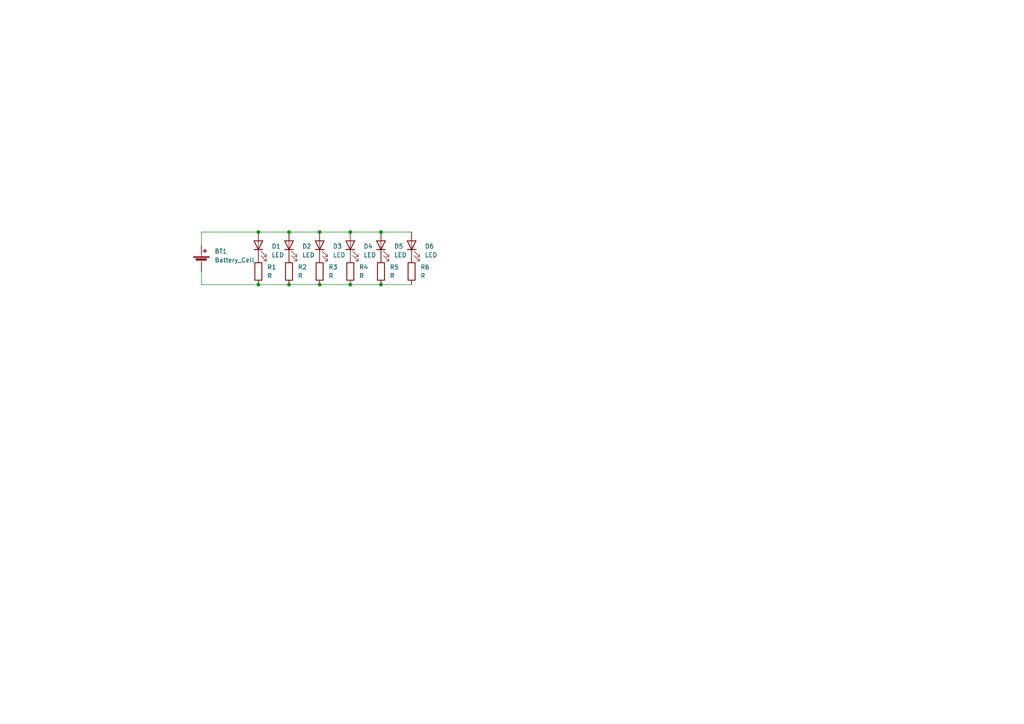
<source format=kicad_sch>
(kicad_sch (version 20211123) (generator eeschema)
  (paper "A4")
  (lib_symbols
    (symbol "Device:Battery_Cell" (pin_numbers hide) (pin_names (offset 0) hide)
      (property "Reference" "BT" (at 2.54 2.54 0))
      (property "Value" "Battery_Cell" (at 2.54 0 0))
      (symbol "Battery_Cell_0_1"
        (rectangle (start -2.286 1.778) (end 2.286 1.524) (fill (type outline)))
        (rectangle (start -1.5748 1.1938) (end 1.4732 0.6858) (fill (type outline)))
        (polyline (pts (xy 0 0.762) (xy 0 0)))
        (polyline (pts (xy 0 1.778) (xy 0 2.54)))
        (polyline (pts (xy 0.508 3.429) (xy 1.524 3.429)) (stroke (width 0.254)))
        (polyline (pts (xy 1.016 3.937) (xy 1.016 2.921)) (stroke (width 0.254)))
      )
      (symbol "Battery_Cell_1_1"
        (pin passive line (at 0 5.08 270) (length 2.54) (name "+") (number "1"))
        (pin passive line (at 0 -2.54 90) (length 2.54) (name "-") (number "2"))
      )
    )
    (symbol "Device:LED" (pin_numbers hide) (pin_names (offset 1.016) hide)
      (property "Reference" "D" (at 0 2.54 0))
      (property "Value" "LED" (at 0 -2.54 0))
      (symbol "LED_0_1"
        (polyline (pts (xy -1.27 -1.27) (xy -1.27 1.27)) (stroke (width 0.254)))
        (polyline (pts (xy -1.27 0) (xy 1.27 0)))
        (polyline (pts (xy 1.27 -1.27) (xy 1.27 1.27) (xy -1.27 0) (xy 1.27 -1.27)) (stroke (width 0.254)))
        (polyline (pts (xy -3.048 -0.762) (xy -4.572 -2.286) (xy -3.81 -2.286) (xy -4.572 -2.286) (xy -4.572 -1.524)))
        (polyline (pts (xy -1.778 -0.762) (xy -3.302 -2.286) (xy -2.54 -2.286) (xy -3.302 -2.286) (xy -3.302 -1.524)))
      )
      (symbol "LED_1_1"
        (pin passive line (at -3.81 0 0) (length 2.54) (name "K") (number "1"))
        (pin passive line (at 3.81 0 180) (length 2.54) (name "A") (number "2"))
      )
    )
    (symbol "Device:R" (pin_numbers hide) (pin_names (offset 0))
      (property "Reference" "R" (at 2.032 0 90))
      (property "Value" "R" (at 0 0 90))
      (symbol "R_0_1"
        (rectangle (start -1.016 -2.54) (end 1.016 2.54) (stroke (width 0.254)))
      )
      (symbol "R_1_1"
        (pin passive line (at 0 3.81 270) (length 1.27) (name "~") (number "1"))
        (pin passive line (at 0 -3.81 90) (length 1.27) (name "~") (number "2"))
      )
    )
  )
  (junction (at 74.93 67.31))
  (junction (at 83.82 82.55))
  (junction (at 92.71 82.55))
  (junction (at 110.49 67.31))
  (junction (at 83.82 67.31))
  (junction (at 101.6 82.55))
  (junction (at 110.49 82.55))
  (junction (at 92.71 67.31))
  (junction (at 101.6 67.31))
  (junction (at 74.93 82.55))
  (wire (pts (xy 92.71 67.31) (xy 101.6 67.31)))
  (wire (pts (xy 101.6 82.55) (xy 110.49 82.55)))
  (wire (pts (xy 58.42 82.55) (xy 74.93 82.55)))
  (wire (pts (xy 74.93 82.55) (xy 83.82 82.55)))
  (wire (pts (xy 101.6 67.31) (xy 110.49 67.31)))
  (wire (pts (xy 83.82 67.31) (xy 92.71 67.31)))
  (wire (pts (xy 58.42 78.74) (xy 58.42 82.55)))
  (wire (pts (xy 74.93 67.31) (xy 58.42 67.31)))
  (wire (pts (xy 92.71 82.55) (xy 101.6 82.55)))
  (wire (pts (xy 110.49 67.31) (xy 119.38 67.31)))
  (wire (pts (xy 110.49 82.55) (xy 119.38 82.55)))
  (wire (pts (xy 74.93 67.31) (xy 83.82 67.31)))
  (wire (pts (xy 83.82 82.55) (xy 92.71 82.55)))
  (wire (pts (xy 58.42 67.31) (xy 58.42 71.12)))
  (symbol (lib_id "Device:R") (at 83.82 78.74 0) (unit 1)
    (property "Reference" "R2" (at 86.36 77.4699 0) (effects (justify left)))
    (property "Value" "R" (at 86.36 80.0099 0) (effects (justify left)))
    (property "Footprint" "Resistor_THT:R_Axial_DIN0207_L6.3mm_D2.5mm_P7.62mm_Horizontal" (effects hide))
  )
  (symbol (lib_id "Device:R") (at 92.71 78.74 0) (unit 1)
    (property "Reference" "R3" (at 95.25 77.4699 0) (effects (justify left)))
    (property "Value" "R" (at 95.25 80.0099 0) (effects (justify left)))
    (property "Footprint" "Resistor_THT:R_Axial_DIN0207_L6.3mm_D2.5mm_P7.62mm_Horizontal" (effects hide))
  )
  (symbol (lib_id "Device:LED") (at 83.82 71.12 90) (unit 1)
    (property "Reference" "D2" (at 87.63 71.4374 90) (effects (justify right)))
    (property "Value" "LED" (at 87.63 73.9774 90) (effects (justify right)))
    (property "Footprint" "LED_THT:LED_D3.0mm" (effects hide))
  )
  (symbol (lib_id "Device:LED") (at 74.93 71.12 90) (unit 1)
    (property "Reference" "D1" (at 78.74 71.4374 90) (effects (justify right)))
    (property "Value" "LED" (at 78.74 73.9774 90) (effects (justify right)))
    (property "Footprint" "LED_THT:LED_D3.0mm" (effects hide))
  )
  (symbol (lib_id "Device:R") (at 110.49 78.74 0) (unit 1)
    (property "Reference" "R5" (at 113.03 77.4699 0) (effects (justify left)))
    (property "Value" "R" (at 113.03 80.0099 0) (effects (justify left)))
    (property "Footprint" "Resistor_THT:R_Axial_DIN0207_L6.3mm_D2.5mm_P7.62mm_Horizontal" (effects hide))
  )
  (symbol (lib_id "Device:LED") (at 101.6 71.12 90) (unit 1)
    (property "Reference" "D4" (at 105.41 71.4374 90) (effects (justify right)))
    (property "Value" "LED" (at 105.41 73.9774 90) (effects (justify right)))
    (property "Footprint" "LED_THT:LED_D3.0mm" (effects hide))
  )
  (symbol (lib_id "Device:LED") (at 92.71 71.12 90) (unit 1)
    (property "Reference" "D3" (at 96.52 71.4374 90) (effects (justify right)))
    (property "Value" "LED" (at 96.52 73.9774 90) (effects (justify right)))
    (property "Footprint" "LED_THT:LED_D3.0mm" (effects hide))
  )
  (symbol (lib_id "Device:R") (at 101.6 78.74 0) (unit 1)
    (property "Reference" "R4" (at 104.14 77.4699 0) (effects (justify left)))
    (property "Value" "R" (at 104.14 80.0099 0) (effects (justify left)))
    (property "Footprint" "Resistor_THT:R_Axial_DIN0207_L6.3mm_D2.5mm_P7.62mm_Horizontal" (effects hide))
  )
  (symbol (lib_id "Device:R") (at 119.38 78.74 0) (unit 1)
    (property "Reference" "R6" (at 121.92 77.4699 0) (effects (justify left)))
    (property "Value" "R" (at 121.92 80.0099 0) (effects (justify left)))
    (property "Footprint" "Resistor_THT:R_Axial_DIN0207_L6.3mm_D2.5mm_P7.62mm_Horizontal" (effects hide))
  )
  (symbol (lib_id "Device:LED") (at 110.49 71.12 90) (unit 1)
    (property "Reference" "D5" (at 114.3 71.4374 90) (effects (justify right)))
    (property "Value" "LED" (at 114.3 73.9774 90) (effects (justify right)))
    (property "Footprint" "LED_THT:LED_D3.0mm" (effects hide))
  )
  (symbol (lib_id "Device:R") (at 74.93 78.74 0) (unit 1)
    (property "Reference" "R1" (at 77.47 77.4699 0) (effects (justify left)))
    (property "Value" "R" (at 77.47 80.0099 0) (effects (justify left)))
    (property "Footprint" "Resistor_THT:R_Axial_DIN0207_L6.3mm_D2.5mm_P7.62mm_Horizontal" (effects hide))
  )
  (symbol (lib_id "Device:Battery_Cell") (at 58.42 76.2 0) (unit 1)
    (property "Reference" "BT1" (at 62.23 72.8979 0) (effects (justify left)))
    (property "Value" "Battery_Cell" (at 62.23 75.4379 0) (effects (justify left)))
    (property "Footprint" "Battery:BatteryHolder_Keystone_103_1x20mm" (effects hide))
  )
  (symbol (lib_id "Device:LED") (at 119.38 71.12 90) (unit 1)
    (property "Reference" "D6" (at 123.19 71.4374 90) (effects (justify right)))
    (property "Value" "LED" (at 123.19 73.9774 90) (effects (justify right)))
    (property "Footprint" "LED_THT:LED_D3.0mm" (effects hide))
  )
)
</source>
